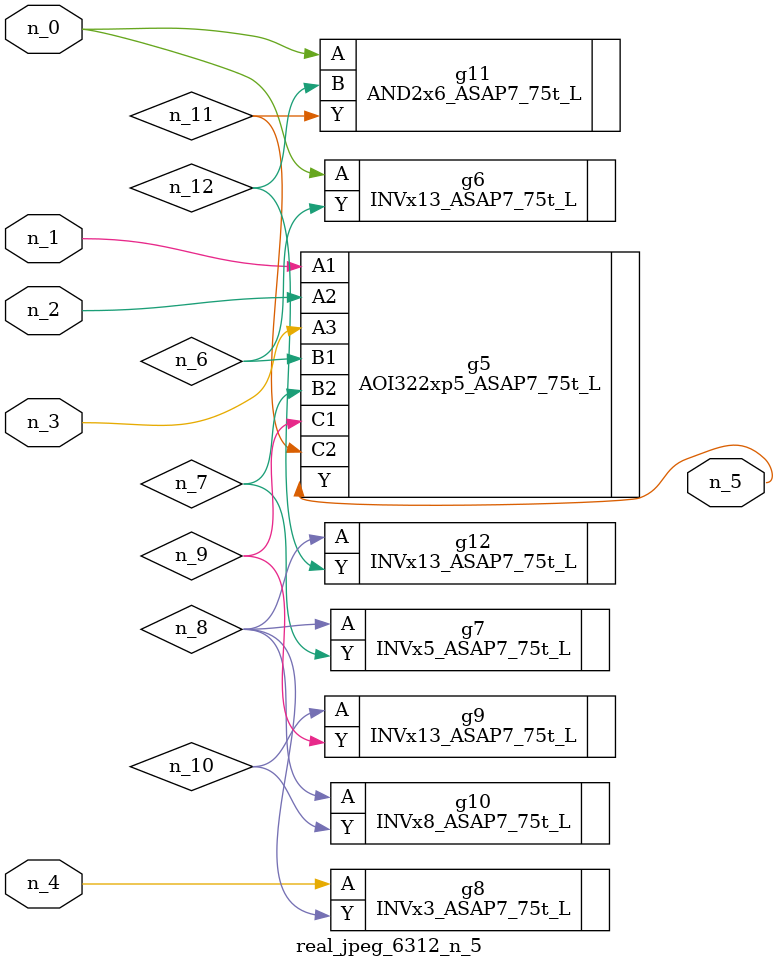
<source format=v>
module real_jpeg_6312_n_5 (n_4, n_0, n_1, n_2, n_3, n_5);

input n_4;
input n_0;
input n_1;
input n_2;
input n_3;

output n_5;

wire n_12;
wire n_8;
wire n_11;
wire n_6;
wire n_7;
wire n_10;
wire n_9;

INVx13_ASAP7_75t_L g6 ( 
.A(n_0),
.Y(n_6)
);

AND2x6_ASAP7_75t_L g11 ( 
.A(n_0),
.B(n_12),
.Y(n_11)
);

AOI322xp5_ASAP7_75t_L g5 ( 
.A1(n_1),
.A2(n_2),
.A3(n_3),
.B1(n_6),
.B2(n_7),
.C1(n_9),
.C2(n_11),
.Y(n_5)
);

INVx3_ASAP7_75t_L g8 ( 
.A(n_4),
.Y(n_8)
);

INVx5_ASAP7_75t_L g7 ( 
.A(n_8),
.Y(n_7)
);

INVx8_ASAP7_75t_L g10 ( 
.A(n_8),
.Y(n_10)
);

INVx13_ASAP7_75t_L g12 ( 
.A(n_8),
.Y(n_12)
);

INVx13_ASAP7_75t_L g9 ( 
.A(n_10),
.Y(n_9)
);


endmodule
</source>
